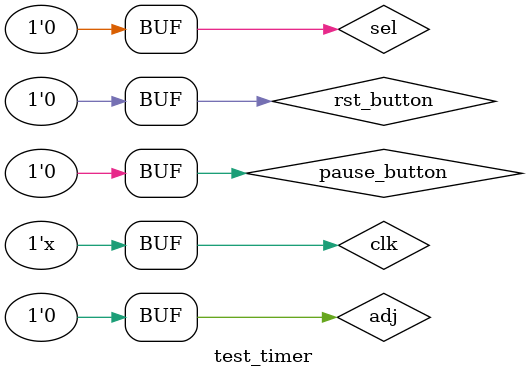
<source format=v>
`timescale 1ns / 1ps


module test_timer;

	// Inputs
	reg clk;
	reg adj;
	reg sel;
    reg rst_button;
    reg pause_button;

	// Outputs
    wire [6:0] led;
    wire [6:0] seg;
    wire [3:0] an;

	// Instantiate the Unit Under Test (UUT)
	Timer uut (
		.clk(clk), 
		.adj(adj), 
		.sel(sel),
        .rst_button(rst_button),
        .pause_button(pause_button),
        .led(led),
        .seg(seg),
        .an(an)
	);

	initial begin
		// Initialize Inputs
		clk = 0;
		adj = 0;
		sel = 0;
        rst_button = 0;
        pause_button = 0;

		// Wait 100 ns for global reset to finish
		#100;
        
		// Add stimulus here

	end
    
    // simulate master clk
    always #5 clk = ~clk;
      
endmodule


</source>
